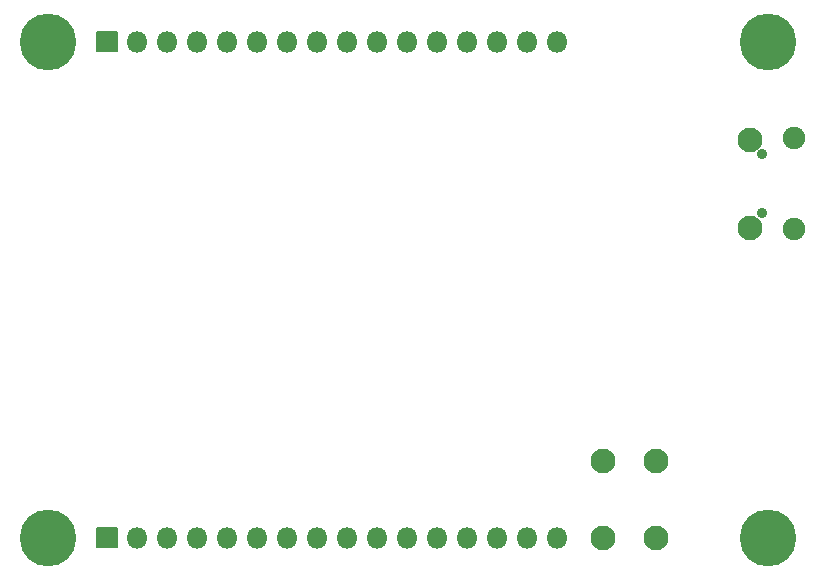
<source format=gbr>
G04 #@! TF.GenerationSoftware,KiCad,Pcbnew,8.0.3+1*
G04 #@! TF.CreationDate,2024-07-01T14:09:21+00:00*
G04 #@! TF.ProjectId,STM32103_Devel,53544d33-3231-4303-935f-446576656c2e,0.0.2*
G04 #@! TF.SameCoordinates,Original*
G04 #@! TF.FileFunction,Soldermask,Bot*
G04 #@! TF.FilePolarity,Negative*
%FSLAX46Y46*%
G04 Gerber Fmt 4.6, Leading zero omitted, Abs format (unit mm)*
G04 Created by KiCad (PCBNEW 8.0.3+1) date 2024-07-01 14:09:21*
%MOMM*%
%LPD*%
G01*
G04 APERTURE LIST*
%ADD10C,4.800000*%
%ADD11C,2.100000*%
%ADD12C,0.900000*%
%ADD13C,1.900000*%
%ADD14O,1.800000X1.800000*%
G04 APERTURE END LIST*
D10*
X165000000Y-116000000D03*
X165000000Y-74000000D03*
X104000000Y-74000000D03*
X104000000Y-116000000D03*
D11*
X151000000Y-116000000D03*
X151000000Y-109500000D03*
X155500000Y-116000000D03*
X155500000Y-109500000D03*
D12*
X164445000Y-88505000D03*
X164445000Y-83505000D03*
D13*
X167195000Y-89880000D03*
D11*
X163395000Y-89730000D03*
X163395000Y-82280000D03*
D13*
X167195000Y-82130000D03*
G36*
G01*
X109850000Y-74900000D02*
X108150000Y-74900000D01*
G75*
G02*
X108100000Y-74850000I0J50000D01*
G01*
X108100000Y-73150000D01*
G75*
G02*
X108150000Y-73100000I50000J0D01*
G01*
X109850000Y-73100000D01*
G75*
G02*
X109900000Y-73150000I0J-50000D01*
G01*
X109900000Y-74850000D01*
G75*
G02*
X109850000Y-74900000I-50000J0D01*
G01*
G37*
D14*
X111540000Y-74000000D03*
X114080000Y-74000000D03*
X116620000Y-74000000D03*
X119160000Y-74000000D03*
X121700000Y-74000000D03*
X124240000Y-74000000D03*
X126780000Y-74000000D03*
X129320000Y-74000000D03*
X131860000Y-74000000D03*
X134400000Y-74000000D03*
X136940000Y-74000000D03*
X139480000Y-74000000D03*
X142020000Y-74000000D03*
X144560000Y-74000000D03*
X147100000Y-74000000D03*
G36*
G01*
X109850000Y-116900000D02*
X108150000Y-116900000D01*
G75*
G02*
X108100000Y-116850000I0J50000D01*
G01*
X108100000Y-115150000D01*
G75*
G02*
X108150000Y-115100000I50000J0D01*
G01*
X109850000Y-115100000D01*
G75*
G02*
X109900000Y-115150000I0J-50000D01*
G01*
X109900000Y-116850000D01*
G75*
G02*
X109850000Y-116900000I-50000J0D01*
G01*
G37*
X111540000Y-116000000D03*
X114080000Y-116000000D03*
X116620000Y-116000000D03*
X119160000Y-116000000D03*
X121700000Y-116000000D03*
X124240000Y-116000000D03*
X126780000Y-116000000D03*
X129320000Y-116000000D03*
X131860000Y-116000000D03*
X134400000Y-116000000D03*
X136940000Y-116000000D03*
X139480000Y-116000000D03*
X142020000Y-116000000D03*
X144560000Y-116000000D03*
X147100000Y-116000000D03*
M02*

</source>
